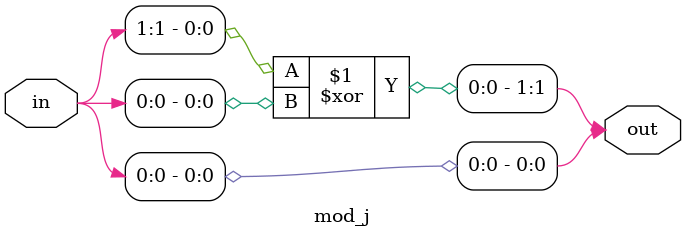
<source format=v>
`timescale 1ns / 1ps
module mod_j(output wire [1:0]out, input wire [1:0]in);
begin
assign out[0]=in[0];
assign out[1]=in[1] ^ in[0];
end
endmodule

</source>
